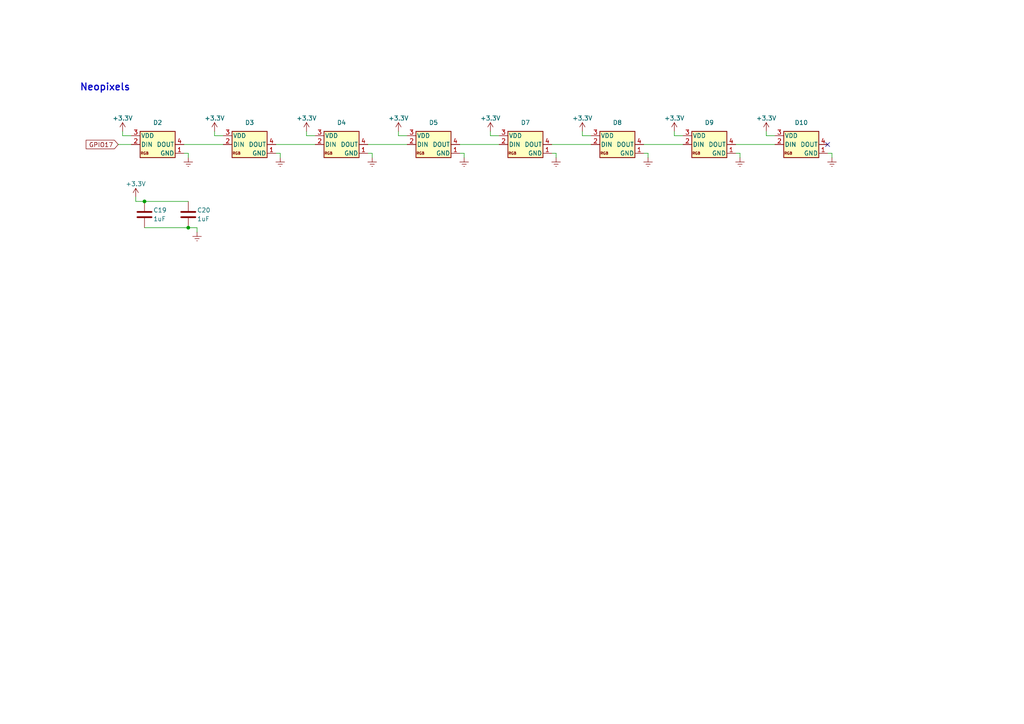
<source format=kicad_sch>
(kicad_sch (version 20231120) (generator "eeschema") (generator_version "8.0")
  (paper "A4")
  (lib_symbols
    (symbol "_custom:CAP_Standard" (pin_numbers hide) (pin_names (offset 0.254))
      (property "Reference" "C" (at 0.635 2.54 0))
      (property "Value" "CAP_Standard" (at 0.635 -2.54 0))
      (symbol "CAP_Standard_0_1"
        (polyline (pts (xy -2.032 -0.762) (xy 2.032 -0.762)) (stroke (width 0.508)))
        (polyline (pts (xy -2.032 0.762) (xy 2.032 0.762)) (stroke (width 0.508)))
      )
      (symbol "CAP_Standard_1_1"
        (pin passive line (at 0 3.81 270) (length 2.794) (name "~") (number "1"))
        (pin passive line (at 0 -3.81 90) (length 2.794) (name "~") (number "2"))
      )
    )
    (symbol "_custom:LED_NeoPixel" (pin_names (offset 0.254))
      (property "Reference" "D" (at 0 7.62 0))
      (property "Value" "LED_NeoPixel" (at -6.35 6.35 0))
      (symbol "LED_NeoPixel_0_1"
        (rectangle (start -5.08 3.81) (end 5.08 -3.81) (stroke (width 0.254)) (fill (type background)))
      )
      (symbol "LED_NeoPixel_1_0"
        (text "RGB" (at -2.54 -2.54 0) (effects (font (size 0.762 0.762)) (justify right)))
      )
      (symbol "LED_NeoPixel_1_1"
        (pin power_in line (at 7.62 -2.54 180) (length 2.54) (name "GND") (number "1"))
        (pin input line (at -7.62 0 0) (length 2.54) (name "DIN") (number "2"))
        (pin power_in line (at -7.62 2.54 0) (length 2.54) (name "VDD") (number "3"))
        (pin output line (at 7.62 0 180) (length 2.54) (name "DOUT") (number "4"))
      )
    )
    (symbol "power:+3.3V" (power) (pin_names (offset 0))
      (property "Value" "+3.3V" (at 0 3.556 0))
      (symbol "+3.3V_0_1"
        (polyline (pts (xy -0.762 1.27) (xy 0 2.54)))
        (polyline (pts (xy 0 0) (xy 0 2.54)))
        (polyline (pts (xy 0 2.54) (xy 0.762 1.27)))
      )
      (symbol "+3.3V_1_1"
        (pin power_in line (at 0 0 90) (length 0) hide (name "+3.3V") (number "1"))
      )
    )
    (symbol "power:GNDREF" (power) (pin_names (offset 0))
      (property "Value" "GNDREF" (at 0 -3.81 0))
      (symbol "GNDREF_0_1"
        (polyline (pts (xy -0.635 -1.905) (xy 0.635 -1.905)))
        (polyline (pts (xy -0.127 -2.54) (xy 0.127 -2.54)))
        (polyline (pts (xy 0 -1.27) (xy 0 0)))
        (polyline (pts (xy 1.27 -1.27) (xy -1.27 -1.27)))
      )
      (symbol "GNDREF_1_1"
        (pin power_in line (at 0 0 270) (length 0) hide (name "GNDREF") (number "1"))
      )
    )
  )
  (junction (at 41.91 58.42))
  (junction (at 54.61 66.04))
  (no_connect (at 240.03 41.91))
  (wire (pts (xy 39.37 58.42) (xy 41.91 58.42)))
  (wire (pts (xy 57.15 67.31) (xy 57.15 66.04)))
  (wire (pts (xy 222.25 39.37) (xy 222.25 38.1)))
  (wire (pts (xy 35.56 39.37) (xy 35.56 38.1)))
  (wire (pts (xy 107.95 44.45) (xy 107.95 45.72)))
  (wire (pts (xy 187.96 44.45) (xy 187.96 45.72)))
  (wire (pts (xy 133.35 41.91) (xy 144.78 41.91)))
  (wire (pts (xy 106.68 44.45) (xy 107.95 44.45)))
  (wire (pts (xy 115.57 39.37) (xy 115.57 38.1)))
  (wire (pts (xy 241.3 44.45) (xy 241.3 45.72)))
  (wire (pts (xy 160.02 41.91) (xy 171.45 41.91)))
  (wire (pts (xy 142.24 39.37) (xy 142.24 38.1)))
  (wire (pts (xy 144.78 39.37) (xy 142.24 39.37)))
  (wire (pts (xy 118.11 39.37) (xy 115.57 39.37)))
  (wire (pts (xy 81.28 44.45) (xy 81.28 45.72)))
  (wire (pts (xy 53.34 44.45) (xy 54.61 44.45)))
  (wire (pts (xy 213.36 44.45) (xy 214.63 44.45)))
  (wire (pts (xy 38.1 39.37) (xy 35.56 39.37)))
  (wire (pts (xy 186.69 44.45) (xy 187.96 44.45)))
  (wire (pts (xy 134.62 44.45) (xy 134.62 45.72)))
  (wire (pts (xy 80.01 41.91) (xy 91.44 41.91)))
  (wire (pts (xy 168.91 39.37) (xy 168.91 38.1)))
  (wire (pts (xy 88.9 39.37) (xy 88.9 38.1)))
  (wire (pts (xy 214.63 44.45) (xy 214.63 45.72)))
  (wire (pts (xy 213.36 41.91) (xy 224.79 41.91)))
  (wire (pts (xy 39.37 57.15) (xy 39.37 58.42)))
  (wire (pts (xy 54.61 44.45) (xy 54.61 45.72)))
  (wire (pts (xy 106.68 41.91) (xy 118.11 41.91)))
  (wire (pts (xy 53.34 41.91) (xy 64.77 41.91)))
  (wire (pts (xy 80.01 44.45) (xy 81.28 44.45)))
  (wire (pts (xy 161.29 44.45) (xy 161.29 45.72)))
  (wire (pts (xy 240.03 44.45) (xy 241.3 44.45)))
  (wire (pts (xy 195.58 39.37) (xy 195.58 38.1)))
  (wire (pts (xy 224.79 39.37) (xy 222.25 39.37)))
  (wire (pts (xy 186.69 41.91) (xy 198.12 41.91)))
  (wire (pts (xy 160.02 44.45) (xy 161.29 44.45)))
  (wire (pts (xy 91.44 39.37) (xy 88.9 39.37)))
  (wire (pts (xy 198.12 39.37) (xy 195.58 39.37)))
  (wire (pts (xy 54.61 66.04) (xy 41.91 66.04)))
  (wire (pts (xy 34.29 41.91) (xy 38.1 41.91)))
  (wire (pts (xy 41.91 58.42) (xy 54.61 58.42)))
  (wire (pts (xy 62.23 39.37) (xy 62.23 38.1)))
  (wire (pts (xy 64.77 39.37) (xy 62.23 39.37)))
  (wire (pts (xy 133.35 44.45) (xy 134.62 44.45)))
  (wire (pts (xy 57.15 66.04) (xy 54.61 66.04)))
  (wire (pts (xy 171.45 39.37) (xy 168.91 39.37)))
  (text "Neopixels" (at 30.48 25.4 0) (effects (font (size 2 2) (thickness 0.32) (bold yes))))
  (global_label "GPIO17" (shape input) (at 34.29 41.91 180) (property "Intersheetrefs" "${INTERSHEET_REFS}" (effects (hide yes))))
  (symbol (lib_id "_custom:LED_NeoPixel") (at 152.4 41.91 0) (unit 1)
    (property "Reference" "D7" (at 152.4 35.56 0))
    (property "Value" "LED_NeoPixel" (effects (hide yes)))
    (property "Footprint" "_custom:LED_NeoPixel_0606" (effects (hide yes)))
    (property "Description" "RGB LED with integrated controller" (effects (hide yes)))
  )
  (symbol (lib_id "power:+3.3V") (at 115.57 38.1 0) (unit 1)
    (property "Reference" "#PWR034" (effects (hide yes)))
    (property "Value" "+3.3V" (at 115.57 34.29 0))
  )
  (symbol (lib_id "power:GNDREF") (at 107.95 45.72 0) (unit 1)
    (property "Reference" "#PWR033" (effects (hide yes)))
    (property "Value" "GNDREF" (effects (hide yes)))
  )
  (symbol (lib_id "power:+3.3V") (at 142.24 38.1 0) (unit 1)
    (property "Reference" "#PWR036" (effects (hide yes)))
    (property "Value" "+3.3V" (at 142.24 34.29 0))
  )
  (symbol (lib_id "power:+3.3V") (at 35.56 38.1 0) (unit 1)
    (property "Reference" "#PWR06" (effects (hide yes)))
    (property "Value" "+3.3V" (at 35.56 34.29 0))
  )
  (symbol (lib_id "_custom:LED_NeoPixel") (at 125.73 41.91 0) (unit 1)
    (property "Reference" "D5" (at 125.73 35.56 0))
    (property "Value" "LED_NeoPixel" (effects (hide yes)))
    (property "Footprint" "_custom:LED_NeoPixel_0606" (effects (hide yes)))
    (property "Description" "RGB LED with integrated controller" (effects (hide yes)))
  )
  (symbol (lib_id "power:+3.3V") (at 62.23 38.1 0) (unit 1)
    (property "Reference" "#PWR011" (effects (hide yes)))
    (property "Value" "+3.3V" (at 62.23 34.29 0))
  )
  (symbol (lib_id "power:GNDREF") (at 57.15 67.31 0) (unit 1)
    (property "Reference" "#PWR040" (effects (hide yes)))
    (property "Value" "GNDREF" (effects (hide yes)))
  )
  (symbol (lib_id "power:+3.3V") (at 195.58 38.1 0) (unit 1)
    (property "Reference" "#PWR042" (effects (hide yes)))
    (property "Value" "+3.3V" (at 195.58 34.29 0))
  )
  (symbol (lib_id "_custom:LED_NeoPixel") (at 179.07 41.91 0) (unit 1)
    (property "Reference" "D8" (at 179.07 35.56 0))
    (property "Value" "LED_NeoPixel" (effects (hide yes)))
    (property "Footprint" "_custom:LED_NeoPixel_0606" (effects (hide yes)))
    (property "Description" "RGB LED with integrated controller" (effects (hide yes)))
  )
  (symbol (lib_id "power:GNDREF") (at 81.28 45.72 0) (unit 1)
    (property "Reference" "#PWR031" (effects (hide yes)))
    (property "Value" "GNDREF" (effects (hide yes)))
  )
  (symbol (lib_id "_custom:LED_NeoPixel") (at 205.74 41.91 0) (unit 1)
    (property "Reference" "D9" (at 205.74 35.56 0))
    (property "Value" "LED_NeoPixel" (effects (hide yes)))
    (property "Footprint" "_custom:LED_NeoPixel_0606" (effects (hide yes)))
    (property "Description" "RGB LED with integrated controller" (effects (hide yes)))
  )
  (symbol (lib_id "_custom:LED_NeoPixel") (at 72.39 41.91 0) (unit 1)
    (property "Reference" "D3" (at 72.39 35.56 0))
    (property "Value" "LED_NeoPixel" (effects (hide yes)))
    (property "Footprint" "_custom:LED_NeoPixel_0606" (effects (hide yes)))
    (property "Description" "RGB LED with integrated controller" (effects (hide yes)))
  )
  (symbol (lib_id "power:GNDREF") (at 54.61 45.72 0) (unit 1)
    (property "Reference" "#PWR030" (effects (hide yes)))
    (property "Value" "GNDREF" (effects (hide yes)))
  )
  (symbol (lib_id "power:GNDREF") (at 214.63 45.72 0) (unit 1)
    (property "Reference" "#PWR043" (effects (hide yes)))
    (property "Value" "GNDREF" (effects (hide yes)))
  )
  (symbol (lib_id "power:GNDREF") (at 241.3 45.72 0) (unit 1)
    (property "Reference" "#PWR045" (effects (hide yes)))
    (property "Value" "GNDREF" (effects (hide yes)))
  )
  (symbol (lib_id "_custom:CAP_Standard") (at 54.61 62.23 0) (unit 1)
    (property "Reference" "C20" (at 57.15 60.96 0) (effects (justify left)))
    (property "Value" "1uF" (at 57.15 63.5 0) (effects (justify left)))
    (property "Footprint" "_custom:CAP_0603_HandSolder" (effects (hide yes)))
    (property "Description" "Unpolarized capacitor" (effects (hide yes)))
  )
  (symbol (lib_id "_custom:LED_NeoPixel") (at 99.06 41.91 0) (unit 1)
    (property "Reference" "D4" (at 99.06 35.56 0))
    (property "Value" "LED_NeoPixel" (effects (hide yes)))
    (property "Footprint" "_custom:LED_NeoPixel_0606" (effects (hide yes)))
    (property "Description" "RGB LED with integrated controller" (effects (hide yes)))
  )
  (symbol (lib_id "_custom:LED_NeoPixel") (at 45.72 41.91 0) (unit 1)
    (property "Reference" "D2" (at 45.72 35.56 0))
    (property "Value" "LED_NeoPixel" (effects (hide yes)))
    (property "Footprint" "_custom:LED_NeoPixel_0606" (effects (hide yes)))
    (property "Description" "RGB LED with integrated controller" (effects (hide yes)))
  )
  (symbol (lib_id "_custom:CAP_Standard") (at 41.91 62.23 0) (unit 1)
    (property "Reference" "C19" (at 44.45 60.96 0) (effects (justify left)))
    (property "Value" "1uF" (at 44.45 63.5 0) (effects (justify left)))
    (property "Footprint" "_custom:CAP_0603_HandSolder" (effects (hide yes)))
    (property "Description" "Unpolarized capacitor" (effects (hide yes)))
  )
  (symbol (lib_id "power:+3.3V") (at 168.91 38.1 0) (unit 1)
    (property "Reference" "#PWR038" (effects (hide yes)))
    (property "Value" "+3.3V" (at 168.91 34.29 0))
  )
  (symbol (lib_id "power:+3.3V") (at 39.37 57.15 0) (unit 1)
    (property "Reference" "#PWR041" (effects (hide yes)))
    (property "Value" "+3.3V" (at 39.37 53.34 0))
  )
  (symbol (lib_id "power:+3.3V") (at 222.25 38.1 0) (unit 1)
    (property "Reference" "#PWR044" (effects (hide yes)))
    (property "Value" "+3.3V" (at 222.25 34.29 0))
  )
  (symbol (lib_id "power:GNDREF") (at 187.96 45.72 0) (unit 1)
    (property "Reference" "#PWR039" (effects (hide yes)))
    (property "Value" "GNDREF" (effects (hide yes)))
  )
  (symbol (lib_id "power:GNDREF") (at 134.62 45.72 0) (unit 1)
    (property "Reference" "#PWR035" (effects (hide yes)))
    (property "Value" "GNDREF" (effects (hide yes)))
  )
  (symbol (lib_id "power:GNDREF") (at 161.29 45.72 0) (unit 1)
    (property "Reference" "#PWR037" (effects (hide yes)))
    (property "Value" "GNDREF" (effects (hide yes)))
  )
  (symbol (lib_id "_custom:LED_NeoPixel") (at 232.41 41.91 0) (unit 1)
    (property "Reference" "D10" (at 232.41 35.56 0))
    (property "Value" "LED_NeoPixel" (effects (hide yes)))
    (property "Footprint" "_custom:LED_NeoPixel_0606" (effects (hide yes)))
    (property "Description" "RGB LED with integrated controller" (effects (hide yes)))
  )
  (symbol (lib_id "power:+3.3V") (at 88.9 38.1 0) (unit 1)
    (property "Reference" "#PWR032" (effects (hide yes)))
    (property "Value" "+3.3V" (at 88.9 34.29 0))
  )
)
</source>
